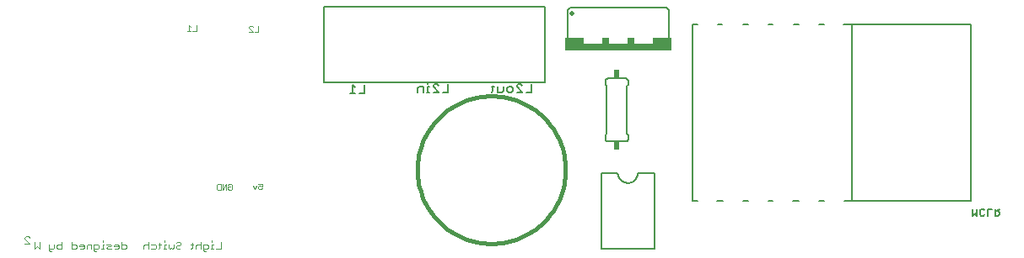
<source format=gbo>
G75*
G70*
%OFA0B0*%
%FSLAX24Y24*%
%IPPOS*%
%LPD*%
%AMOC8*
5,1,8,0,0,1.08239X$1,22.5*
%
%ADD10C,0.0030*%
%ADD11C,0.0160*%
%ADD12C,0.0070*%
%ADD13C,0.0060*%
%ADD14C,0.0050*%
%ADD15C,0.0200*%
%ADD16R,0.4200X0.0250*%
%ADD17R,0.0750X0.0250*%
%ADD18R,0.0300X0.0250*%
%ADD19R,0.0240X0.0340*%
%ADD20C,0.0020*%
D10*
X001482Y001254D02*
X001530Y001206D01*
X001579Y001206D01*
X001627Y001303D02*
X001482Y001303D01*
X001482Y001254D02*
X001482Y001496D01*
X001675Y001496D02*
X001675Y001351D01*
X001627Y001303D01*
X001776Y001351D02*
X001776Y001448D01*
X001825Y001496D01*
X001970Y001496D01*
X001970Y001593D02*
X001970Y001303D01*
X001825Y001303D01*
X001776Y001351D01*
X002366Y001303D02*
X002511Y001303D01*
X002559Y001351D01*
X002559Y001448D01*
X002511Y001496D01*
X002366Y001496D01*
X002366Y001593D02*
X002366Y001303D01*
X002660Y001400D02*
X002854Y001400D01*
X002854Y001448D02*
X002805Y001496D01*
X002709Y001496D01*
X002660Y001448D01*
X002660Y001400D01*
X002709Y001303D02*
X002805Y001303D01*
X002854Y001351D01*
X002854Y001448D01*
X002955Y001448D02*
X002955Y001303D01*
X002955Y001448D02*
X003003Y001496D01*
X003149Y001496D01*
X003149Y001303D01*
X003250Y001303D02*
X003395Y001303D01*
X003443Y001351D01*
X003443Y001448D01*
X003395Y001496D01*
X003250Y001496D01*
X003250Y001254D01*
X003298Y001206D01*
X003346Y001206D01*
X003543Y001303D02*
X003640Y001303D01*
X003591Y001303D02*
X003591Y001496D01*
X003640Y001496D01*
X003741Y001496D02*
X003886Y001496D01*
X003934Y001448D01*
X003886Y001400D01*
X003789Y001400D01*
X003741Y001351D01*
X003789Y001303D01*
X003934Y001303D01*
X004035Y001400D02*
X004229Y001400D01*
X004229Y001448D02*
X004181Y001496D01*
X004084Y001496D01*
X004035Y001448D01*
X004035Y001400D01*
X004084Y001303D02*
X004181Y001303D01*
X004229Y001351D01*
X004229Y001448D01*
X004330Y001496D02*
X004475Y001496D01*
X004524Y001448D01*
X004524Y001351D01*
X004475Y001303D01*
X004330Y001303D01*
X004330Y001593D01*
X003591Y001593D02*
X003591Y001641D01*
X005214Y001448D02*
X005214Y001303D01*
X005214Y001448D02*
X005262Y001496D01*
X005359Y001496D01*
X005408Y001448D01*
X005509Y001496D02*
X005654Y001496D01*
X005702Y001448D01*
X005702Y001351D01*
X005654Y001303D01*
X005509Y001303D01*
X005408Y001303D02*
X005408Y001593D01*
X005802Y001496D02*
X005899Y001496D01*
X005850Y001545D02*
X005850Y001351D01*
X005802Y001303D01*
X005998Y001303D02*
X006095Y001303D01*
X006047Y001303D02*
X006047Y001496D01*
X006095Y001496D01*
X006196Y001496D02*
X006196Y001351D01*
X006245Y001303D01*
X006293Y001351D01*
X006341Y001303D01*
X006390Y001351D01*
X006390Y001496D01*
X006491Y001545D02*
X006539Y001593D01*
X006636Y001593D01*
X006684Y001545D01*
X006684Y001496D01*
X006636Y001448D01*
X006539Y001448D01*
X006491Y001400D01*
X006491Y001351D01*
X006539Y001303D01*
X006636Y001303D01*
X006684Y001351D01*
X007079Y001303D02*
X007127Y001351D01*
X007127Y001545D01*
X007175Y001496D02*
X007079Y001496D01*
X007277Y001448D02*
X007277Y001303D01*
X007277Y001448D02*
X007325Y001496D01*
X007422Y001496D01*
X007470Y001448D01*
X007571Y001496D02*
X007716Y001496D01*
X007765Y001448D01*
X007765Y001351D01*
X007716Y001303D01*
X007571Y001303D01*
X007571Y001254D02*
X007571Y001496D01*
X007470Y001593D02*
X007470Y001303D01*
X007571Y001254D02*
X007620Y001206D01*
X007668Y001206D01*
X007864Y001303D02*
X007961Y001303D01*
X007913Y001303D02*
X007913Y001496D01*
X007961Y001496D01*
X007913Y001593D02*
X007913Y001641D01*
X008256Y001593D02*
X008256Y001303D01*
X008062Y001303D01*
X006047Y001593D02*
X006047Y001641D01*
X001086Y001593D02*
X001086Y001303D01*
X000989Y001400D01*
X000892Y001303D01*
X000892Y001593D01*
X000708Y001520D02*
X000515Y001714D01*
X000515Y001762D01*
X000563Y001811D01*
X000660Y001811D01*
X000708Y001762D01*
X000708Y001520D02*
X000515Y001520D01*
D11*
X016028Y004448D02*
X016032Y004592D01*
X016042Y004735D01*
X016060Y004878D01*
X016084Y005019D01*
X016116Y005159D01*
X016154Y005298D01*
X016199Y005434D01*
X016251Y005568D01*
X016309Y005700D01*
X016374Y005828D01*
X016445Y005953D01*
X016521Y006075D01*
X016604Y006192D01*
X016693Y006306D01*
X016786Y006414D01*
X016886Y006518D01*
X016990Y006618D01*
X017098Y006711D01*
X017212Y006800D01*
X017329Y006883D01*
X017451Y006959D01*
X017576Y007030D01*
X017704Y007095D01*
X017836Y007153D01*
X017970Y007205D01*
X018106Y007250D01*
X018245Y007288D01*
X018385Y007320D01*
X018526Y007344D01*
X018669Y007362D01*
X018812Y007372D01*
X018956Y007376D01*
X019100Y007372D01*
X019243Y007362D01*
X019386Y007344D01*
X019527Y007320D01*
X019667Y007288D01*
X019806Y007250D01*
X019942Y007205D01*
X020076Y007153D01*
X020208Y007095D01*
X020336Y007030D01*
X020461Y006959D01*
X020583Y006883D01*
X020700Y006800D01*
X020814Y006711D01*
X020922Y006618D01*
X021026Y006518D01*
X021126Y006414D01*
X021219Y006306D01*
X021308Y006192D01*
X021391Y006075D01*
X021467Y005953D01*
X021538Y005828D01*
X021603Y005700D01*
X021661Y005568D01*
X021713Y005434D01*
X021758Y005298D01*
X021796Y005159D01*
X021828Y005019D01*
X021852Y004878D01*
X021870Y004735D01*
X021880Y004592D01*
X021884Y004448D01*
X021880Y004304D01*
X021870Y004161D01*
X021852Y004018D01*
X021828Y003877D01*
X021796Y003737D01*
X021758Y003598D01*
X021713Y003462D01*
X021661Y003328D01*
X021603Y003196D01*
X021538Y003068D01*
X021467Y002943D01*
X021391Y002821D01*
X021308Y002704D01*
X021219Y002590D01*
X021126Y002482D01*
X021026Y002378D01*
X020922Y002278D01*
X020814Y002185D01*
X020700Y002096D01*
X020583Y002013D01*
X020461Y001937D01*
X020336Y001866D01*
X020208Y001801D01*
X020076Y001743D01*
X019942Y001691D01*
X019806Y001646D01*
X019667Y001608D01*
X019527Y001576D01*
X019386Y001552D01*
X019243Y001534D01*
X019100Y001524D01*
X018956Y001520D01*
X018812Y001524D01*
X018669Y001534D01*
X018526Y001552D01*
X018385Y001576D01*
X018245Y001608D01*
X018106Y001646D01*
X017970Y001691D01*
X017836Y001743D01*
X017704Y001801D01*
X017576Y001866D01*
X017451Y001937D01*
X017329Y002013D01*
X017212Y002096D01*
X017098Y002185D01*
X016990Y002278D01*
X016886Y002378D01*
X016786Y002482D01*
X016693Y002590D01*
X016604Y002704D01*
X016521Y002821D01*
X016445Y002943D01*
X016374Y003068D01*
X016309Y003196D01*
X016251Y003328D01*
X016199Y003462D01*
X016154Y003598D01*
X016116Y003737D01*
X016084Y003877D01*
X016060Y004018D01*
X016042Y004161D01*
X016032Y004304D01*
X016028Y004448D01*
D12*
X016039Y007513D02*
X016039Y007678D01*
X016094Y007733D01*
X016259Y007733D01*
X016259Y007513D01*
X016395Y007513D02*
X016505Y007513D01*
X016450Y007513D02*
X016450Y007733D01*
X016505Y007733D01*
X016450Y007843D02*
X016450Y007898D01*
X016653Y007788D02*
X016708Y007843D01*
X016818Y007843D01*
X016873Y007788D01*
X016653Y007788D02*
X016653Y007733D01*
X016873Y007513D01*
X016653Y007513D01*
X017021Y007513D02*
X017241Y007513D01*
X017241Y007843D01*
X018958Y007733D02*
X019068Y007733D01*
X019013Y007788D02*
X019013Y007568D01*
X018958Y007513D01*
X019216Y007513D02*
X019216Y007733D01*
X019436Y007733D02*
X019436Y007568D01*
X019381Y007513D01*
X019216Y007513D01*
X019584Y007568D02*
X019584Y007678D01*
X019640Y007733D01*
X019750Y007733D01*
X019805Y007678D01*
X019805Y007568D01*
X019750Y007513D01*
X019640Y007513D01*
X019584Y007568D01*
X019953Y007513D02*
X020173Y007513D01*
X019953Y007733D01*
X019953Y007788D01*
X020008Y007843D01*
X020118Y007843D01*
X020173Y007788D01*
X020541Y007843D02*
X020541Y007513D01*
X020321Y007513D01*
X013941Y007483D02*
X013721Y007483D01*
X013573Y007483D02*
X013353Y007483D01*
X013463Y007483D02*
X013463Y007813D01*
X013573Y007703D01*
X013941Y007813D02*
X013941Y007483D01*
D13*
X021966Y009638D02*
X021966Y010788D01*
X022066Y010888D01*
X025866Y010888D01*
X025966Y010788D01*
X025966Y009638D01*
X024256Y008068D02*
X023556Y008068D01*
X023539Y008066D01*
X023522Y008062D01*
X023506Y008055D01*
X023492Y008045D01*
X023479Y008032D01*
X023469Y008018D01*
X023462Y008002D01*
X023458Y007985D01*
X023456Y007968D01*
X023456Y007818D01*
X023506Y007768D01*
X023506Y005868D01*
X023456Y005818D01*
X023456Y005668D01*
X023458Y005651D01*
X023462Y005634D01*
X023469Y005618D01*
X023479Y005604D01*
X023492Y005591D01*
X023506Y005581D01*
X023522Y005574D01*
X023539Y005570D01*
X023556Y005568D01*
X024256Y005568D01*
X024273Y005570D01*
X024290Y005574D01*
X024306Y005581D01*
X024320Y005591D01*
X024333Y005604D01*
X024343Y005618D01*
X024350Y005634D01*
X024354Y005651D01*
X024356Y005668D01*
X024356Y005818D01*
X024306Y005868D01*
X024306Y007768D01*
X024356Y007818D01*
X024356Y007968D01*
X024354Y007985D01*
X024350Y008002D01*
X024343Y008018D01*
X024333Y008032D01*
X024320Y008045D01*
X024306Y008055D01*
X024290Y008062D01*
X024273Y008066D01*
X024256Y008068D01*
X023947Y004324D02*
X023949Y004285D01*
X023955Y004246D01*
X023964Y004208D01*
X023977Y004171D01*
X023994Y004135D01*
X024014Y004102D01*
X024038Y004070D01*
X024064Y004041D01*
X024093Y004015D01*
X024125Y003991D01*
X024158Y003971D01*
X024194Y003954D01*
X024231Y003941D01*
X024269Y003932D01*
X024308Y003926D01*
X024347Y003924D01*
X024386Y003926D01*
X024425Y003932D01*
X024463Y003941D01*
X024500Y003954D01*
X024536Y003971D01*
X024569Y003991D01*
X024601Y004015D01*
X024630Y004041D01*
X024656Y004070D01*
X024680Y004102D01*
X024700Y004135D01*
X024717Y004171D01*
X024730Y004208D01*
X024739Y004246D01*
X024745Y004285D01*
X024747Y004324D01*
X025397Y004324D01*
X025397Y001324D01*
X023297Y001324D01*
X023297Y004324D01*
X023947Y004324D01*
X037970Y002890D02*
X037970Y002629D01*
X038057Y002716D01*
X038143Y002629D01*
X038143Y002890D01*
X038265Y002846D02*
X038308Y002890D01*
X038395Y002890D01*
X038438Y002846D01*
X038559Y002890D02*
X038733Y002890D01*
X038854Y002890D02*
X038854Y002629D01*
X038984Y002629D01*
X039027Y002673D01*
X039027Y002759D01*
X038984Y002803D01*
X038854Y002803D01*
X038941Y002803D02*
X039027Y002890D01*
X038559Y002890D02*
X038559Y002629D01*
X038438Y002673D02*
X038395Y002629D01*
X038308Y002629D01*
X038265Y002673D01*
X038265Y002846D01*
D14*
X037894Y003215D02*
X037894Y010215D01*
X033194Y010215D01*
X033194Y003215D01*
X037894Y003215D01*
X033193Y003221D02*
X032918Y003221D01*
X032091Y003221D02*
X031894Y003221D01*
X031107Y003221D02*
X030871Y003221D01*
X030083Y003221D02*
X029886Y003221D01*
X029099Y003221D02*
X028902Y003221D01*
X028115Y003221D02*
X027879Y003221D01*
X027091Y003221D02*
X026894Y003221D01*
X026894Y003215D01*
X026894Y003221D02*
X026894Y010215D01*
X026894Y010229D02*
X027091Y010229D01*
X027918Y010229D02*
X028075Y010229D01*
X028902Y010229D02*
X029099Y010229D01*
X029886Y010229D02*
X030083Y010229D01*
X030910Y010229D02*
X031107Y010229D01*
X031894Y010229D02*
X032091Y010229D01*
X032879Y010229D02*
X033233Y010229D01*
X021076Y010928D02*
X021076Y007928D01*
X012326Y007928D01*
X012326Y010928D01*
X021076Y010928D01*
D15*
X022146Y010648D03*
D16*
X023966Y009313D03*
D17*
X025691Y009563D03*
X022241Y009563D03*
D18*
X023466Y009563D03*
X024466Y009563D03*
D19*
X023906Y008238D03*
X023906Y005398D03*
D20*
X009888Y003888D02*
X009888Y003778D01*
X009815Y003815D01*
X009778Y003815D01*
X009741Y003778D01*
X009741Y003705D01*
X009778Y003668D01*
X009852Y003668D01*
X009888Y003705D01*
X009888Y003888D02*
X009741Y003888D01*
X009667Y003815D02*
X009594Y003668D01*
X009520Y003815D01*
X008696Y003839D02*
X008696Y003693D01*
X008659Y003656D01*
X008586Y003656D01*
X008549Y003693D01*
X008549Y003766D01*
X008622Y003766D01*
X008549Y003839D02*
X008586Y003876D01*
X008659Y003876D01*
X008696Y003839D01*
X008475Y003876D02*
X008328Y003656D01*
X008328Y003876D01*
X008254Y003876D02*
X008144Y003876D01*
X008107Y003839D01*
X008107Y003693D01*
X008144Y003656D01*
X008254Y003656D01*
X008254Y003876D01*
X008475Y003876D02*
X008475Y003656D01*
X009377Y009918D02*
X009524Y009918D01*
X009377Y010065D01*
X009377Y010101D01*
X009413Y010138D01*
X009487Y010138D01*
X009524Y010101D01*
X009745Y010138D02*
X009745Y009918D01*
X009598Y009918D01*
X007294Y009955D02*
X007147Y009955D01*
X007073Y009955D02*
X006926Y009955D01*
X006999Y009955D02*
X006999Y010175D01*
X007073Y010102D01*
X007294Y010175D02*
X007294Y009955D01*
M02*

</source>
